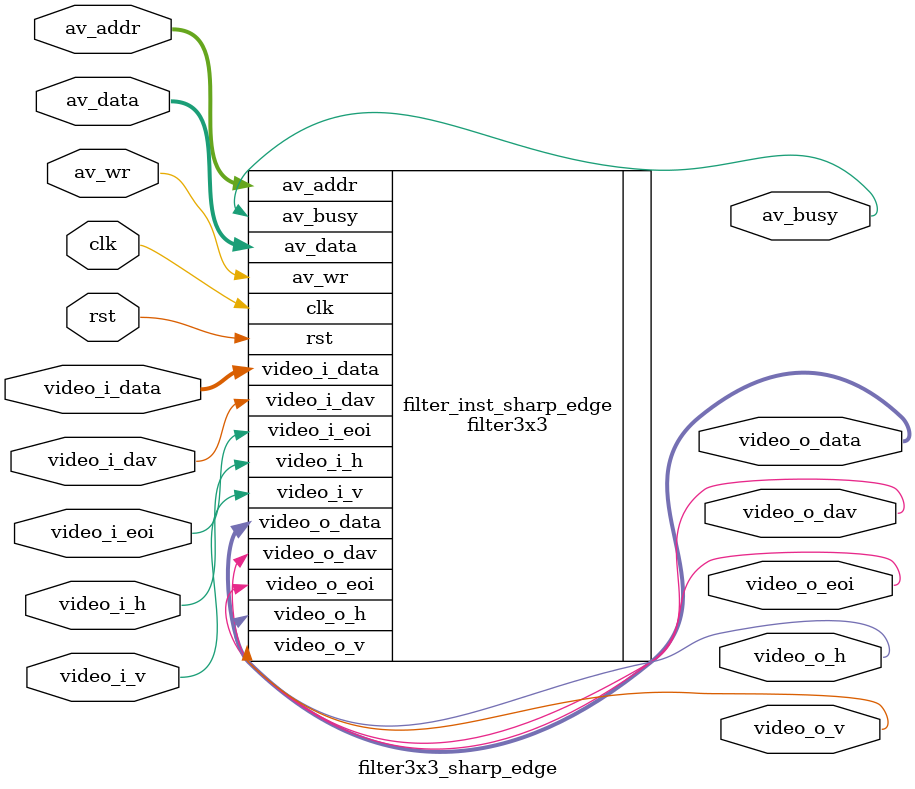
<source format=sv>
`timescale 1ns/1ps
module filter3x3_sharp_edge
	#(
		parameter bitwidth = 14,
				  VIDEO_XSIZE = 640,
				  VIDEO_YSIZE = 480,
				  PIX_BITS = 10,
				  LIN_BITS = 9
		)
	(
	input clk,
	input rst,

	input av_wr,
   	input [7:0]av_addr,
   	input [15:0]av_data,
   	output av_busy,

	input video_i_v,	
	input video_i_h,	
	input video_i_eoi,	
	input video_i_dav,	
	input [bitwidth-1:0]video_i_data,

	output video_o_v,	
	output video_o_h,	
	output video_o_eoi,	
	output video_o_dav,	
	output [bitwidth-1:0]video_o_data
);


	filter3x3
#(
	.SHARP_EDGE(1),
	.bitwidth(bitwidth),
	.VIDEO_XSIZE(VIDEO_XSIZE),
	.VIDEO_YSIZE(VIDEO_YSIZE),
	.PIX_BITS(PIX_BITS),
	.LIN_BITS(LIN_BITS)	
	)
filter_inst_sharp_edge(
	.clk(clk),
	.rst(rst),
	.av_wr(av_wr),
	.av_addr(av_addr),
	.av_data(av_data),
 	.av_busy(av_busy),
	.video_i_v(video_i_v),	
	.video_i_h(video_i_h),	
	.video_i_eoi(video_i_eoi),	
	.video_i_dav(video_i_dav),	
	.video_i_data(video_i_data),
	.video_o_v(video_o_v),	
	.video_o_h(video_o_h),	
	.video_o_eoi(video_o_eoi),	
	.video_o_dav(video_o_dav),	
	.video_o_data(video_o_data)
);

endmodule // filter3x3_sharp_edge
</source>
